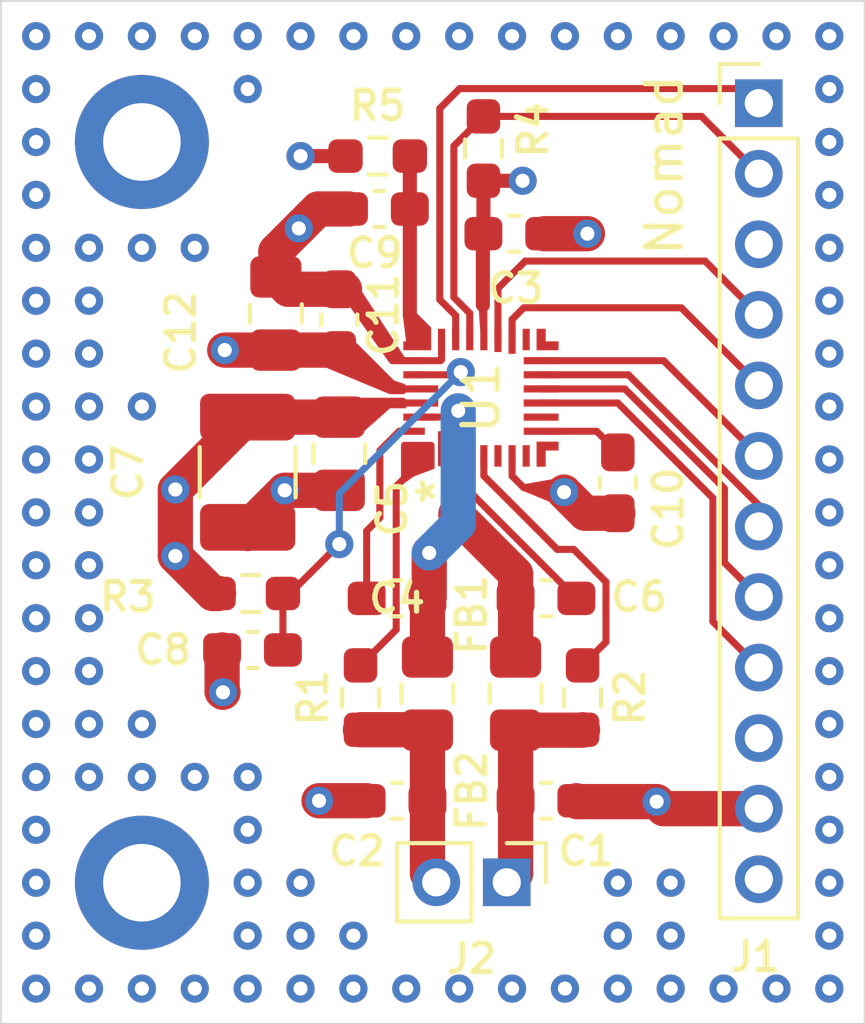
<source format=kicad_pcb>
(kicad_pcb (version 20241229) (generator "pcbnew") (generator_version "9.0")
  (layers (0 "F.Cu" signal) (4 "In1.Cu" power "GND") (6 "In2.Cu" power "PWR") (2 "B.Cu" signal) (13 "F.Paste" user) (15 "B.Paste" user) (5 "F.SilkS" user "F.Silkscreen") (7 "B.SilkS" user "B.Silkscreen") (1 "F.Mask" user) (3 "B.Mask" user) (25 "Edge.Cuts" user))
  (net 0 "")
  (net 1 "HP_P")
  (net 2 "GND")
  (net 3 "HP_N")
  (net 4 "OUTN")
  (net 5 "PVDD")
  (net 6 "OUTP")
  (net 7 "VBAT1S")
  (net 8 "IRQZ")
  (net 9 "SDZ")
  (net 10 "FSYNC")
  (net 11 "SBCLK")
  (net 12 "SCL")
  (net 13 "SDA")
  (net 14 "SDOUT")
  (net 15 "SDIN")
  (net 19 "GNDPWR")
  (net 23 "/BST_N")
  (net 24 "/BST_P")
  (net 25 "/PVDD_SNS")
  (net 26 "/DREG")
  (net 27 "AVDD")
  (net 28 "IOVDD")
  (net 29 "/VSNSN")
  (net 30 "/VSNSP")
  (footprint "Capacitor_SMD:C_0603_1608Metric_Pad1.08x0.95mm_HandSolder" (layer "F.Cu") (at 142.6 95.5375 90)
    (property "Reference" "C11" (at 0.1375 1.25 270) (layer "F.SilkS") (effects (font (size 0.8 0.8))))
    (property "Value" "0.1u" (hide yes))
    (fp_line (start -0.146267 -0.51) (end 0.146267 -0.51) (stroke (width 0.12)) (layer "F.SilkS"))
    (fp_line (start -0.146267 0.51) (end 0.146267 0.51) (stroke (width 0.12)) (layer "F.SilkS"))
    (pad "1" smd roundrect (at -0.8625 0 90) (size 1.075 0.95) (layers "F.Cu" "F.Mask" "F.Paste") (net 7 "VBAT1S"))
    (pad "2" smd roundrect (at 0.8625 0 90) (size 1.075 0.95) (layers "F.Cu" "F.Mask" "F.Paste") (net 2 "GND"))
  )
  (footprint "Connector_PinHeader_2.00mm:PinHeader_1x02_P2.00mm_Vertical" (layer "F.Cu") (at 147.35 111.4875 -90)
    (property "Reference" "J2" (at 2.1625 1 180) (layer "F.SilkS") (effects (font (size 0.8 0.8))))
    (property "Value" "Conn_01x02" (hide yes))
    (fp_line (start -1.11 3.11) (end 1.11 3.11) (stroke (width 0.12)) (layer "F.SilkS"))
    (fp_line (start -1.11 1) (end -1.11 3.11) (stroke (width 0.12)) (layer "F.SilkS"))
    (fp_line (start -1.11 1) (end 1.11 1) (stroke (width 0.12)) (layer "F.SilkS"))
    (fp_line (start 1.11 1) (end 1.11 3.11) (stroke (width 0.12)) (layer "F.SilkS"))
    (fp_line (start -1.11 0) (end -1.11 -1.11) (stroke (width 0.12)) (layer "F.SilkS"))
    (fp_line (start -1.11 -1.11) (end 0 -1.11) (stroke (width 0.12)) (layer "F.SilkS"))
    (pad "1" thru_hole rect (at 0 0 270) (size 1.35 1.35) (drill 0.8) (layers "*.Cu" "*.Mask") (net 1 "HP_P"))
    (pad "2" thru_hole circle (at 0 2 270) (size 1.35 1.35) (drill 0.8) (layers "*.Cu" "*.Mask") (net 3 "HP_N"))
  )
  (footprint "Capacitor_SMD:C_0603_1608Metric_Pad1.08x0.95mm_HandSolder" (layer "F.Cu") (at 150.5 100.1625 -90)
    (property "Reference" "C10" (at 0.7375 -1.43 90) (layer "F.SilkS") (effects (font (size 0.8 0.8))))
    (property "Value" "1u")
    (fp_line (start -0.146267 0.51) (end 0.146267 0.51) (stroke (width 0.12)) (layer "F.SilkS"))
    (fp_line (start -0.146267 -0.51) (end 0.146267 -0.51) (stroke (width 0.12)) (layer "F.SilkS"))
    (pad "1" smd roundrect (at -0.8625 0 270) (size 1.075 0.95) (layers "F.Cu" "F.Mask" "F.Paste") (net 26 "/DREG"))
    (pad "2" smd roundrect (at 0.8625 0 270) (size 1.075 0.95) (layers "F.Cu" "F.Mask" "F.Paste") (net 2 "GND"))
  )
  (footprint "Resistor_SMD:R_0603_1608Metric_Pad0.98x0.95mm_HandSolder" (layer "F.Cu") (at 146.6875 90.6875 90)
    (property "Reference" "R4" (at 0.5375 1.4125 90) (layer "F.SilkS") (effects (font (size 0.8 0.8))))
    (property "Value" "4.7k" (hide yes))
    (fp_line (start -0.254724 -0.5225) (end 0.254724 -0.5225) (stroke (width 0.12)) (layer "F.SilkS"))
    (fp_line (start -0.254724 0.5225) (end 0.254724 0.5225) (stroke (width 0.12)) (layer "F.SilkS"))
    (pad "1" smd roundrect (at -0.9125 0 90) (size 0.975 0.95) (layers "F.Cu" "F.Mask" "F.Paste") (net 28 "IOVDD"))
    (pad "2" smd roundrect (at 0.9125 0 90) (size 0.975 0.95) (layers "F.Cu" "F.Mask" "F.Paste") (net 8 "IRQZ"))
  )
  (footprint "Resistor_SMD:R_0603_1608Metric_Pad0.98x0.95mm_HandSolder" (layer "F.Cu") (at 140.0875 103.3 180)
    (property "Reference" "R3" (at 3.4875 -0.1 0) (layer "F.SilkS") (effects (font (size 0.8 0.8))))
    (property "Value" "2.2k" (hide yes))
    (fp_line (start -0.254724 0.5225) (end 0.254724 0.5225) (stroke (width 0.12)) (layer "F.SilkS"))
    (fp_line (start -0.254724 -0.5225) (end 0.254724 -0.5225) (stroke (width 0.12)) (layer "F.SilkS"))
    (pad "1" smd roundrect (at -0.9125 0 180) (size 0.975 0.95) (layers "F.Cu" "F.Mask" "F.Paste") (net 25 "/PVDD_SNS"))
    (pad "2" smd roundrect (at 0.9125 0 180) (size 0.975 0.95) (layers "F.Cu" "F.Mask" "F.Paste") (net 5 "PVDD"))
  )
  (footprint "Resistor_SMD:R_0603_1608Metric_Pad0.98x0.95mm_HandSolder" (layer "F.Cu") (at 149.5 106.25 90)
    (property "Reference" "R2" (at 0 1.35 90) (layer "F.SilkS") (effects (font (size 0.8 0.8))))
    (property "Value" "1k" (hide yes))
    (fp_line (start -0.254724 -0.5225) (end 0.254724 -0.5225) (stroke (width 0.12)) (layer "F.SilkS"))
    (fp_line (start -0.254724 0.5225) (end 0.254724 0.5225) (stroke (width 0.12)) (layer "F.SilkS"))
    (pad "1" smd roundrect (at -0.9125 0 90) (size 0.975 0.95) (layers "F.Cu" "F.Mask" "F.Paste") (net 1 "HP_P"))
    (pad "2" smd roundrect (at 0.9125 0 90) (size 0.975 0.95) (layers "F.Cu" "F.Mask" "F.Paste") (net 30 "/VSNSP"))
  )
  (footprint "Capacitor_SMD:C_0603_1608Metric_Pad1.08x0.95mm_HandSolder" (layer "F.Cu") (at 147.55 93.1)
    (property "Reference" "C3" (at 0.05 1.55 0) (layer "F.SilkS") (effects (font (size 0.8 0.8))))
    (property "Value" "1u" (hide yes))
    (fp_line (start -0.146267 -0.51) (end 0.146267 -0.51) (stroke (width 0.12)) (layer "F.SilkS"))
    (fp_line (start -0.146267 0.51) (end 0.146267 0.51) (stroke (width 0.12)) (layer "F.SilkS"))
    (pad "1" smd roundrect (at -0.8625 0) (size 1.075 0.95) (layers "F.Cu" "F.Mask" "F.Paste") (net 28 "IOVDD"))
    (pad "2" smd roundrect (at 0.8625 0) (size 1.075 0.95) (layers "F.Cu" "F.Mask" "F.Paste") (net 2 "GND"))
  )
  (footprint "Capacitor_SMD:C_1210_3225Metric_Pad1.33x2.70mm_HandSolder" (layer "F.Cu") (at 140 99.8625 -90)
    (property "Reference" "C7" (at 0 3.4 90) (layer "F.SilkS") (effects (font (size 0.8 0.8))))
    (property "Value" "22u" (hide yes))
    (fp_line (start -0.711252 1.36) (end 0.711252 1.36) (stroke (width 0.12)) (layer "F.SilkS"))
    (fp_line (start -0.711252 -1.36) (end 0.711252 -1.36) (stroke (width 0.12)) (layer "F.SilkS"))
    (pad "1" smd roundrect (at -1.5625 0 270) (size 1.325 2.7) (layers "F.Cu" "F.Mask" "F.Paste") (roundrect_rratio 0.188679) (net 5 "PVDD"))
    (pad "2" smd roundrect (at 1.5625 0 270) (size 1.325 2.7) (layers "F.Cu" "F.Mask" "F.Paste") (roundrect_rratio 0.188679) (net 2 "GND"))
  )
  (footprint "Capacitor_SMD:C_0603_1608Metric_Pad1.08x0.95mm_HandSolder" (layer "F.Cu") (at 143.7375 92.4 180)
    (property "Reference" "C9" (at 0.1375 -1.25 0) (layer "F.SilkS") (effects (font (size 0.8 0.8))))
    (property "Value" "4.7u" (hide yes))
    (fp_line (start -0.146267 0.51) (end 0.146267 0.51) (stroke (width 0.12)) (layer "F.SilkS"))
    (fp_line (start -0.146267 -0.51) (end 0.146267 -0.51) (stroke (width 0.12)) (layer "F.SilkS"))
    (pad "1" smd roundrect (at -0.8625 0 180) (size 1.075 0.95) (layers "F.Cu" "F.Mask" "F.Paste") (net 27 "AVDD"))
    (pad "2" smd roundrect (at 0.8625 0 180) (size 1.075 0.95) (layers "F.Cu" "F.Mask" "F.Paste") (net 2 "GND"))
  )
  (footprint "Resistor_SMD:R_0603_1608Metric_Pad0.98x0.95mm_HandSolder" (layer "F.Cu") (at 143.2 106.25 90)
    (property "Reference" "R1" (at 0 -1.35 90) (layer "F.SilkS") (effects (font (size 0.8 0.8))))
    (property "Value" "1k" (hide yes))
    (fp_line (start -0.254724 -0.5225) (end 0.254724 -0.5225) (stroke (width 0.12)) (layer "F.SilkS"))
    (fp_line (start -0.254724 0.5225) (end 0.254724 0.5225) (stroke (width 0.12)) (layer "F.SilkS"))
    (pad "1" smd roundrect (at -0.9125 0 90) (size 0.975 0.95) (layers "F.Cu" "F.Mask" "F.Paste") (net 3 "HP_N"))
    (pad "2" smd roundrect (at 0.9125 0 90) (size 0.975 0.95) (layers "F.Cu" "F.Mask" "F.Paste") (net 29 "/VSNSN"))
  )
  (footprint "Capacitor_SMD:C_0805_2012Metric_Pad1.18x1.45mm_HandSolder" (layer "F.Cu") (at 147.6 106.1375 -90)
    (property "Reference" "FB1" (at -2.2375 1.25 90) (layer "F.SilkS") (effects (font (size 0.8 0.8))))
    (property "Value" "FerriteBead" (hide yes))
    (fp_line (start -0.261252 0.735) (end 0.261252 0.735) (stroke (width 0.12)) (layer "F.SilkS"))
    (fp_line (start -0.261252 -0.735) (end 0.261252 -0.735) (stroke (width 0.12)) (layer "F.SilkS"))
    (pad "1" smd roundrect (at -1.0375 0 270) (size 1.175 1.45) (layers "F.Cu" "F.Mask" "F.Paste") (roundrect_rratio 0.212766) (net 6 "OUTP"))
    (pad "2" smd roundrect (at 1.0375 0 270) (size 1.175 1.45) (layers "F.Cu" "F.Mask" "F.Paste") (roundrect_rratio 0.212766) (net 1 "HP_P"))
  )
  (footprint "Capacitor_SMD:C_0603_1608Metric_Pad1.08x0.95mm_HandSolder" (layer "F.Cu") (at 148.4625 109.175 180)
    (property "Reference" "C1" (at -1.1375 -1.43 0) (layer "F.SilkS") (effects (font (size 0.8 0.8))))
    (property "Value" "1n" (hide yes))
    (fp_line (start -0.146267 0.51) (end 0.146267 0.51) (stroke (width 0.12)) (layer "F.SilkS"))
    (fp_line (start -0.146267 -0.51) (end 0.146267 -0.51) (stroke (width 0.12)) (layer "F.SilkS"))
    (pad "1" smd roundrect (at -0.8625 0 180) (size 1.075 0.95) (layers "F.Cu" "F.Mask" "F.Paste") (net 2 "GND"))
    (pad "2" smd roundrect (at 0.8625 0 180) (size 1.075 0.95) (layers "F.Cu" "F.Mask" "F.Paste") (net 1 "HP_P"))
  )
  (footprint "TAS2780:VQFN-HR_RYA_TEX" (layer "F.Cu") (at 146.620201 97.749991 90)
    (property "Reference" "U1" (at 0 0 90) (layer "F.SilkS"))
    (property "Value" "PTAS2780RYAR" (hide yes))
    (fp_poly (pts (xy 1.345212 -2.204796) (xy 1.345209 -1.417399) (xy 1.954809 -1.417399) (xy 1.954809 -1.671399) (xy 1.599209 -1.671393) (xy 1.599212 -2.204796)) (fill yes) (layer "F.Cu"))
    (fp_poly (pts (xy -1.942109 -1.417399) (xy -1.942109 -1.671399) (xy -1.526997 -1.671393) (xy -1.527 -2.204796) (xy -1.273 -2.204796) (xy -1.273 -1.417396)) (fill yes) (layer "F.Cu"))
    (fp_poly (pts (xy 1.954809 1.577807) (xy 1.345209 1.577807) (xy 1.345212 2.200097) (xy 1.599212 2.200097) (xy 1.599209 1.8318) (xy 1.954809 1.831807)) (fill yes) (layer "F.Cu"))
    (fp_poly (pts (xy -1.954809 1.577807) (xy -1.954809 1.831807) (xy -1.497609 1.8318) (xy -1.497612 2.200097) (xy -1.243612 2.200097) (xy -1.243609 1.577807)) (fill yes) (layer "F.Cu"))
    (fp_text user "*" (at -2.650009 -1.270201 90) (layer "F.SilkS"))
    (fp_text user "*" (at -2.650009 -1.270201 90) (layer "F.SilkS"))
    (pad "1" smd rect (at -1.650009 -1.544399 90) (size 0.5842 0.254) (layers "F.Cu" "F.Mask" "F.Paste") (net 29 "/VSNSN"))
    (pad "2" smd rect (at -1.446809 -1.1202 180) (size 0.2032 0.9906) (layers "F.Cu" "F.Mask" "F.Paste") (net 19 "GNDPWR"))
    (pad "3" smd rect (at -1.446809 -0.720201 180) (size 0.2032 0.9906) (layers "F.Cu" "F.Mask" "F.Paste") (net 6 "OUTP"))
    (pad "4" smd rect (at -1.650009 -0.320199 180) (size 0.2032 0.6096) (layers "F.Cu" "F.Mask" "F.Paste") (net 24 "/BST_P"))
    (pad "5" smd rect (at -1.650009 0.0798 180) (size 0.2032 0.6096) (layers "F.Cu" "F.Mask" "F.Paste") (net 30 "/VSNSP"))
    (pad "6" smd rect (at -1.650009 0.479799 180) (size 0.2032 0.6096) (layers "F.Cu" "F.Mask" "F.Paste"))
    (pad "7" smd rect (at -1.650009 0.879801 180) (size 0.2032 0.6096) (layers "F.Cu" "F.Mask" "F.Paste") (net 2 "GND"))
    (pad "8" smd rect (at -1.650009 1.2798 180) (size 0.2032 0.6096) (layers "F.Cu" "F.Mask" "F.Paste"))
    (pad "9" smd rect (at -1.599209 1.704807 180) (size 0.254 0.7112) (layers "F.Cu" "F.Mask" "F.Paste"))
    (pad "10" smd rect (at -0.950001 1.7048 90) (size 0.2032 0.9906) (layers "F.Cu" "F.Mask" "F.Paste") (net 26 "/DREG"))
    (pad "11" smd rect (at -0.549999 1.7048 90) (size 0.2032 0.9906) (layers "F.Cu" "F.Mask" "F.Paste"))
    (pad "12" smd rect (at -0.15 1.7048 90) (size 0.2032 0.9906) (layers "F.Cu" "F.Mask" "F.Paste") (net 14 "SDOUT"))
    (pad "13" smd rect (at 0.249999 1.7048 90) (size 0.2032 0.9906) (layers "F.Cu" "F.Mask" "F.Paste") (net 15 "SDIN"))
    (pad "14" smd rect (at 0.649998 1.7048 90) (size 0.2032 0.9906) (layers "F.Cu" "F.Mask" "F.Paste") (net 10 "FSYNC"))
    (pad "15" smd rect (at 1.05 1.7048 90) (size 0.2032 0.9906) (layers "F.Cu" "F.Mask" "F.Paste") (net 11 "SBCLK"))
    (pad "16" smd rect (at 1.650009 1.704807 180) (size 0.254 0.6096) (layers "F.Cu" "F.Mask" "F.Paste"))
    (pad "17" smd rect (at 1.650009 1.2798 180) (size 0.2032 0.6096) (layers "F.Cu" "F.Mask" "F.Paste"))
    (pad "18" smd rect (at 1.599209 0.879801 180) (size 0.2032 0.7112) (layers "F.Cu" "F.Mask" "F.Paste") (net 12 "SCL"))
    (pad "19" smd rect (at 1.624609 0.479799 180) (size 0.2032 0.6604) (layers "F.Cu" "F.Mask" "F.Paste") (net 13 "SDA"))
    (pad "20" smd rect (at 1.650009 0.0798 180) (size 0.2032 0.6096) (layers "F.Cu" "F.Mask" "F.Paste") (net 28 "IOVDD"))
    (pad "21" smd rect (at 1.650009 -0.320199 180) (size 0.2032 0.6096) (layers "F.Cu" "F.Mask" "F.Paste") (net 8 "IRQZ"))
    (pad "22" smd rect (at 1.650009 -0.720201 180) (size 0.2032 0.6096) (layers "F.Cu" "F.Mask" "F.Paste") (net 9 "SDZ"))
    (pad "23" smd rect (at 1.650009 -1.1202 180) (size 0.2032 0.6096) (layers "F.Cu" "F.Mask" "F.Paste") (net 2 "GND"))
    (pad "24" smd rect (at 1.650009 -1.544399 180) (size 0.254 0.6096) (layers "F.Cu" "F.Mask" "F.Paste") (net 27 "AVDD"))
    (pad "25" smd rect (at 1.05 -1.9 90) (size 0.2032 0.6096) (layers "F.Cu" "F.Mask" "F.Paste") (net 2 "GND"))
    (pad "26" smd rect (at 0.649998 -1.9 90) (size 0.2032 0.6096) (layers "F.Cu" "F.Mask" "F.Paste") (net 25 "/PVDD_SNS"))
    (pad "27" smd rect (at 0.249999 -1.7095 90) (size 0.2032 0.9906) (layers "F.Cu" "F.Mask" "F.Paste") (net 7 "VBAT1S"))
    (pad "28" smd rect (at -0.15 -1.7095 90) (size 0.2032 0.9906) (layers "F.Cu" "F.Mask" "F.Paste") (net 5 "PVDD"))
    (pad "29" smd rect (at -0.549999 -1.7476 90) (size 0.2032 0.9144) (layers "F.Cu" "F.Mask" "F.Paste") (net 4 "OUTN"))
    (pad "30" smd rect (at -0.950001 -1.9 90) (size 0.2032 0.6096) (layers "F.Cu" "F.Mask" "F.Paste") (net 23 "/BST_N"))
  )
  (footprint "MountingHole:MountingHole_2.2mm_M2_DIN965_Pad" (layer "F.Cu") (at 137 90.5)
    (property "Reference" "H1" (hide yes))
    (property "Value" "MountingHole_Pad" (hide yes))
    (pad "1" thru_hole circle (at 0 0) (size 3.8 3.8) (drill 2.2) (layers "*.Cu" "*.Mask") (net 2 "GND"))
  )
  (footprint "Capacitor_SMD:C_0805_2012Metric_Pad1.18x1.45mm_HandSolder" (layer "F.Cu") (at 142.6 99.3375 -90)
    (property "Reference" "C5" (at 1.5625 -1.5 90) (layer "F.SilkS") (effects (font (size 0.8 0.8))))
    (property "Value" "0.1u" (hide yes))
    (fp_line (start -0.261252 0.735) (end 0.261252 0.735) (stroke (width 0.12)) (layer "F.SilkS"))
    (fp_line (start -0.261252 -0.735) (end 0.261252 -0.735) (stroke (width 0.12)) (layer "F.SilkS"))
    (pad "1" smd roundrect (at -1.0375 0 270) (size 1.175 1.45) (layers "F.Cu" "F.Mask" "F.Paste") (roundrect_rratio 0.212766) (net 5 "PVDD"))
    (pad "2" smd roundrect (at 1.0375 0 270) (size 1.175 1.45) (layers "F.Cu" "F.Mask" "F.Paste") (roundrect_rratio 0.212766) (net 2 "GND"))
  )
  (footprint "Capacitor_SMD:C_0603_1608Metric_Pad1.08x0.95mm_HandSolder" (layer "F.Cu") (at 148.4625 103.4375)
    (property "Reference" "C6" (at 2.6375 -0.0375 0) (layer "F.SilkS") (effects (font (size 0.8 0.8))))
    (property "Value" "0.1u" (hide yes))
    (fp_line (start -0.146267 -0.51) (end 0.146267 -0.51) (stroke (width 0.12)) (layer "F.SilkS"))
    (fp_line (start -0.146267 0.51) (end 0.146267 0.51) (stroke (width 0.12)) (layer "F.SilkS"))
    (pad "1" smd roundrect (at -0.8625 0) (size 1.075 0.95) (layers "F.Cu" "F.Mask" "F.Paste") (net 6 "OUTP"))
    (pad "2" smd roundrect (at 0.8625 0) (size 1.075 0.95) (layers "F.Cu" "F.Mask" "F.Paste") (net 24 "/BST_P"))
  )
  (footprint "Capacitor_SMD:C_0603_1608Metric_Pad1.08x0.95mm_HandSolder" (layer "F.Cu") (at 140.1375 104.9 180)
    (property "Reference" "C8" (at 2.5375 0 0) (layer "F.SilkS") (effects (font (size 0.8 0.8))))
    (property "Value" "1n" (hide yes))
    (fp_line (start -0.146267 0.51) (end 0.146267 0.51) (stroke (width 0.12)) (layer "F.SilkS"))
    (fp_line (start -0.146267 -0.51) (end 0.146267 -0.51) (stroke (width 0.12)) (layer "F.SilkS"))
    (pad "1" smd roundrect (at -0.8625 0 180) (size 1.075 0.95) (layers "F.Cu" "F.Mask" "F.Paste") (net 25 "/PVDD_SNS"))
    (pad "2" smd roundrect (at 0.8625 0 180) (size 1.075 0.95) (layers "F.Cu" "F.Mask" "F.Paste") (net 2 "GND"))
  )
  (footprint "Resistor_SMD:R_0603_1608Metric_Pad0.98x0.95mm_HandSolder" (layer "F.Cu") (at 143.6875 90.9)
    (property "Reference" "R5" (at 0 -1.43 0) (layer "F.SilkS") (effects (font (size 0.8 0.8))))
    (property "Value" "0" (hide yes))
    (fp_line (start -0.254724 -0.5225) (end 0.254724 -0.5225) (stroke (width 0.12)) (layer "F.SilkS"))
    (fp_line (start -0.254724 0.5225) (end 0.254724 0.5225) (stroke (width 0.12)) (layer "F.SilkS"))
    (pad "1" smd roundrect (at -0.9125 0) (size 0.975 0.95) (layers "F.Cu" "F.Mask" "F.Paste") (net 28 "IOVDD"))
    (pad "2" smd roundrect (at 0.9125 0) (size 0.975 0.95) (layers "F.Cu" "F.Mask" "F.Paste") (net 27 "AVDD"))
  )
  (footprint "MountingHole:MountingHole_2.2mm_M2_DIN965_Pad" (layer "F.Cu") (at 137 111.5)
    (property "Reference" "H2" (hide yes))
    (property "Value" "MountingHole_Pad" (hide yes))
    (pad "1" thru_hole circle (at 0 0) (size 3.8 3.8) (drill 2.2) (layers "*.Cu" "*.Mask") (net 2 "GND"))
  )
  (footprint "Connector_PinHeader_2.00mm:PinHeader_1x12_P2.00mm_Vertical" (layer "F.Cu") (at 154.5 89.4)
    (property "Reference" "J1" (at -0.1 24.2 0) (layer "F.SilkS") (effects (font (size 0.8 0.8))))
    (property "Value" "Conn_01x12" (hide yes))
    (fp_line (start -1.11 -1.11) (end 0 -1.11) (stroke (width 0.12)) (layer "F.SilkS"))
    (fp_line (start -1.11 0) (end -1.11 -1.11) (stroke (width 0.12)) (layer "F.SilkS"))
    (fp_line (start -1.11 1) (end -1.11 23.11) (stroke (width 0.12)) (layer "F.SilkS"))
    (fp_line (start -1.11 1) (end 1.11 1) (stroke (width 0.12)) (layer "F.SilkS"))
    (fp_line (start -1.11 23.11) (end 1.11 23.11) (stroke (width 0.12)) (layer "F.SilkS"))
    (fp_line (start 1.11 1) (end 1.11 23.11) (stroke (width 0.12)) (layer "F.SilkS"))
    (pad "1" thru_hole rect (at 0 0) (size 1.35 1.35) (drill 0.8) (layers "*.Cu" "*.Mask") (net 9 "SDZ"))
    (pad "2" thru_hole circle (at 0 2) (size 1.35 1.35) (drill 0.8) (layers "*.Cu" "*.Mask") (net 8 "IRQZ"))
    (pad "3" thru_hole circle (at 0 4) (size 1.35 1.35) (drill 0.8) (layers "*.Cu" "*.Mask") (net 28 "IOVDD"))
    (pad "4" thru_hole circle (at 0 6) (size 1.35 1.35) (drill 0.8) (layers "*.Cu" "*.Mask") (net 13 "SDA"))
    (pad "5" thru_hole circle (at 0 8) (size 1.35 1.35) (drill 0.8) (layers "*.Cu" "*.Mask") (net 12 "SCL"))
    (pad "6" thru_hole circle (at 0 10) (size 1.35 1.35) (drill 0.8) (layers "*.Cu" "*.Mask") (net 11 "SBCLK"))
    (pad "7" thru_hole circle (at 0 12) (size 1.35 1.35) (drill 0.8) (layers "*.Cu" "*.Mask") (net 10 "FSYNC"))
    (pad "8" thru_hole circle (at 0 14) (size 1.35 1.35) (drill 0.8) (layers "*.Cu" "*.Mask") (net 15 "SDIN"))
    (pad "9" thru_hole circle (at 0 16) (size 1.35 1.35) (drill 0.8) (layers "*.Cu" "*.Mask") (net 14 "SDOUT"))
    (pad "10" thru_hole circle (at 0 18) (size 1.35 1.35) (drill 0.8) (layers "*.Cu" "*.Mask") (net 7 "VBAT1S"))
    (pad "11" thru_hole circle (at 0 20) (size 1.35 1.35) (drill 0.8) (layers "*.Cu" "*.Mask") (net 2 "GND"))
    (pad "12" thru_hole circle (at 0 22) (size 1.35 1.35) (drill 0.8) (layers "*.Cu" "*.Mask") (net 5 "PVDD"))
  )
  (footprint "Capacitor_SMD:C_0603_1608Metric_Pad1.08x0.95mm_HandSolder" (layer "F.Cu") (at 144.2375 103.4375)
    (property "Reference" "C4" (at 0 0 0) (layer "F.SilkS") (effects (font (size 0.8 0.8))))
    (property "Value" "0.1u" (hide yes))
    (fp_line (start -0.146267 -0.51) (end 0.146267 -0.51) (stroke (width 0.12)) (layer "F.SilkS"))
    (fp_line (start -0.146267 0.51) (end 0.146267 0.51) (stroke (width 0.12)) (layer "F.SilkS"))
    (pad "1" smd roundrect (at -0.8625 0) (size 1.075 0.95) (layers "F.Cu" "F.Mask" "F.Paste") (net 23 "/BST_N"))
    (pad "2" smd roundrect (at 0.8625 0) (size 1.075 0.95) (layers "F.Cu" "F.Mask" "F.Paste") (net 4 "OUTN"))
  )
  (footprint "Capacitor_SMD:C_0805_2012Metric_Pad1.18x1.45mm_HandSolder" (layer "F.Cu") (at 140.8 95.3625 90)
    (property "Reference" "C12" (at -0.5375 -2.7 90) (layer "F.SilkS") (effects (font (size 0.8 0.8))))
    (property "Value" "10u" (hide yes))
    (fp_line (start -0.261252 -0.735) (end 0.261252 -0.735) (stroke (width 0.12)) (layer "F.SilkS"))
    (fp_line (start -0.261252 0.735) (end 0.261252 0.735) (stroke (width 0.12)) (layer "F.SilkS"))
    (pad "1" smd roundrect (at -1.0375 0 90) (size 1.175 1.45) (layers "F.Cu" "F.Mask" "F.Paste") (roundrect_rratio 0.212766) (net 7 "VBAT1S"))
    (pad "2" smd roundrect (at 1.0375 0 90) (size 1.175 1.45) (layers "F.Cu" "F.Mask" "F.Paste") (roundrect_rratio 0.212766) (net 2 "GND"))
  )
  (footprint "Capacitor_SMD:C_0805_2012Metric_Pad1.18x1.45mm_HandSolder" (layer "F.Cu") (at 145.1 106.1375 -90)
    (property "Reference" "FB2" (at 2.7625 -1.25 90) (layer "F.SilkS") (effects (font (size 0.8 0.8))))
    (property "Value" "FerriteBead" (hide yes))
    (fp_line (start -0.261252 0.735) (end 0.261252 0.735) (stroke (width 0.12)) (layer "F.SilkS"))
    (fp_line (start -0.261252 -0.735) (end 0.261252 -0.735) (stroke (width 0.12)) (layer "F.SilkS"))
    (pad "1" smd roundrect (at -1.0375 0 270) (size 1.175 1.45) (layers "F.Cu" "F.Mask" "F.Paste") (roundrect_rratio 0.212766) (net 4 "OUTN"))
    (pad "2" smd roundrect (at 1.0375 0 270) (size 1.175 1.45) (layers "F.Cu" "F.Mask" "F.Paste") (roundrect_rratio 0.212766) (net 3 "HP_N"))
  )
  (footprint "Capacitor_SMD:C_0603_1608Metric_Pad1.08x0.95mm_HandSolder" (layer "F.Cu") (at 144.2375 109.175 180)
    (property "Reference" "C2" (at 1.1375 -1.43 0) (layer "F.SilkS") (effects (font (size 0.8 0.8))))
    (property "Value" "1n" (hide yes))
    (fp_line (start -0.146267 0.51) (end 0.146267 0.51) (stroke (width 0.12)) (layer "F.SilkS"))
    (fp_line (start -0.146267 -0.51) (end 0.146267 -0.51) (stroke (width 0.12)) (layer "F.SilkS"))
    (pad "1" smd roundrect (at -0.8625 0 180) (size 1.075 0.95) (layers "F.Cu" "F.Mask" "F.Paste") (net 3 "HP_N"))
    (pad "2" smd roundrect (at 0.8625 0 180) (size 1.075 0.95) (layers "F.Cu" "F.Mask" "F.Paste") (net 2 "GND"))
  )
  (gr_poly (pts (xy 148.7 100.15) (xy 148.7 100.65) (xy 147.85 100.3)) (stroke (width 0.2)) (fill yes) (layer "F.Cu") (net 2))
  (gr_poly (pts (xy 146.65 95.15) (xy 146.7 95.15) (xy 146.7 95.9)) (stroke (width 0.2)) (fill yes) (layer "F.Cu") (net 28))
  (gr_poly (pts (xy 145.202805 99.1) (xy 145.202802 99.6921) (xy 144.65 99.9) (xy 144.45 100.05) (xy 144.45 99.1)) (stroke (width 0.2)) (fill yes) (layer "F.Cu") (net 29))
  (gr_poly (pts (xy 145.85 99.65) (xy 145.6 100.5) (xy 145.55 101) (xy 145.95 100.9) (xy 145.95 99.65)) (stroke (width 0.2)) (fill yes) (layer "F.Cu") (net 6))
  (gr_poly (pts (xy 145.1 96.3) (xy 145.1 95.795182) (xy 144.7 95.4) (xy 144.5 95.4) (xy 144.6 96.2)) (stroke (width 0.2)) (fill yes) (layer "F.Cu") (net 27))
  (gr_poly (pts (xy 144.4 97.85) (xy 143.05 97.85) (xy 143.1 98.75) (xy 144 97.95) (xy 144.4 97.95)) (stroke (width 0.2)) (fill yes) (layer "F.Cu") (net 5))
  (gr_poly (pts (xy 144.1 96.7) (xy 142.9 95) (xy 142.9 94.4) (xy 144.4 96.7)) (stroke (width 0.2)) (fill yes) (layer "F.Cu") (net 2))
  (gr_poly (pts (xy 144.4 97.55) (xy 144.05 97.55) (xy 142.25 96.8) (xy 142.95 96.2) (xy 143.5 96.75) (xy 144.1 97.35) (xy 144.4 97.45)) (stroke (width 0.2)) (fill yes) (layer "F.Cu") (net 7))
  (gr_rect (start 133 86.5) (end 157.5 115.5) (stroke (width 0.05)) (fill no) (layer "Edge.Cuts"))
  (gr_text "Nomad" (at 152.4 93.8 90) (layer "F.SilkS") (effects (font (size 1 1)) (justify left bottom)))
  (segment (start 147.6 107.175) (end 149.4875 107.175) (width 1) (layer "F.Cu") (net 1))
  (segment (start 147.6 111.2375) (end 147.35 111.4875) (width 1) (layer "F.Cu") (net 1))
  (segment (start 149.4875 107.175) (end 149.5 107.1625) (width 1) (layer "F.Cu") (net 1))
  (segment (start 147.6 109.175) (end 147.6 111.2375) (width 1) (layer "F.Cu") (net 1))
  (segment (start 147.6 107.175) (end 147.6 109.175) (width 1) (layer "F.Cu") (net 1))
  (segment (start 142.6 100.375) (end 141.05 100.375) (width 1) (layer "F.Cu") (net 2))
  (segment (start 149.575 101.025) (end 148.975 100.425) (width 1) (layer "F.Cu") (net 2))
  (segment (start 140 101.425) (end 140 101.6) (width 1) (layer "F.Cu") (net 2))
  (segment (start 154.5 109.4) (end 151.8 109.4) (width 1) (layer "F.Cu") (net 2))
  (segment (start 148.4125 93.1) (end 149.6375 93.1) (width 1) (layer "F.Cu") (net 2))
  (segment (start 151.8 109.4) (end 151.6 109.2) (width 1) (layer "F.Cu") (net 2))
  (segment (start 150.5 101.025) (end 149.575 101.025) (width 1) (layer "F.Cu") (net 2))
  (segment (start 145.469593 96.699991) (end 144.720201 96.699991) (width 0.2) (layer "F.Cu") (net 2))
  (segment (start 139.275 104.9) (end 139.275 106.075) (width 1) (layer "F.Cu") (net 2))
  (segment (start 142 92.4) (end 141.45 92.95) (width 1) (layer "F.Cu") (net 2))
  (segment (start 140.8 93.6) (end 141.45 92.95) (width 1) (layer "F.Cu") (net 2))
  (segment (start 149.35 109.2) (end 149.325 109.175) (width 1) (layer "F.Cu") (net 2))
  (segment (start 142.6 94.675) (end 142.74632 94.675) (width 1) (layer "F.Cu") (net 2))
  (segment (start 142.025 109.175) (end 143.375 109.175) (width 1) (layer "F.Cu") (net 2))
  (segment (start 142.875 92.4) (end 142 92.4) (width 1) (layer "F.Cu") (net 2))
  (segment (start 145.500001 96.669583) (end 145.469593 96.699991) (width 0.2) (layer "F.Cu") (net 2))
  (segment (start 141.05 100.375) (end 140 101.425) (width 1) (layer "F.Cu") (net 2))
  (segment (start 147.831601 100.3) (end 147.500002 99.968401) (width 0.2) (layer "F.Cu") (net 2))
  (segment (start 147.500002 99.968401) (end 147.500002 99.4) (width 0.2) (layer "F.Cu") (net 2))
  (segment (start 141.15 94.675) (end 140.8 94.325) (width 1) (layer "F.Cu") (net 2))
  (segment (start 145.500001 96.099982) (end 145.500001 96.669583) (width 0.2) (layer "F.Cu") (net 2))
  (segment (start 139.275 106.075) (end 139.3 106.1) (width 1) (layer "F.Cu") (net 2))
  (segment (start 151.6 109.2) (end 149.35 109.2) (width 1) (layer "F.Cu") (net 2))
  (segment (start 140.8 94.325) (end 140.8 93.6) (width 1) (layer "F.Cu") (net 2))
  (segment (start 142.6 94.675) (end 141.15 94.675) (width 1) (layer "F.Cu") (net 2))
  (via (at 156.5 113) (size 0.8) (drill 0.4) (layers "F.Cu" "B.Cu") (net 2))
  (via (at 141.5 113) (size 0.8) (drill 0.4) (layers "F.Cu" "B.Cu") (net 2))
  (via (at 140 89) (size 0.8) (drill 0.4) (layers "F.Cu" "B.Cu") (net 2))
  (via (at 149 114.5) (size 0.8) (drill 0.4) (layers "F.Cu" "B.Cu") (net 2))
  (via (at 150.5 111.5) (size 0.8) (drill 0.4) (layers "F.Cu" "B.Cu") (net 2))
  (via (at 156.5 95) (size 0.8) (drill 0.4) (layers "F.Cu" "B.Cu") (net 2))
  (via (at 135.5 108.5) (size 0.8) (drill 0.4) (layers "F.Cu" "B.Cu") (net 2))
  (via (at 147.5 87.5) (size 0.8) (drill 0.4) (layers "F.Cu" "B.Cu") (net 2))
  (via (at 138.5 108.5) (size 0.8) (drill 0.4) (layers "F.Cu" "B.Cu") (net 2))
  (via (at 156.5 99.5) (size 0.8) (drill 0.4) (layers "F.Cu" "B.Cu") (net 2))
  (via (at 156.5 92) (size 0.8) (drill 0.4) (layers "F.Cu" "B.Cu") (net 2))
  (via (at 137 107) (size 0.8) (drill 0.4) (layers "F.Cu" "B.Cu") (net 2))
  (via (at 151.6 109.2) (size 0.8) (drill 0.4) (layers "F.Cu" "B.Cu") (net 2))
  (via (at 134 107) (size 0.8) (drill 0.4) (layers "F.Cu" "B.Cu") (net 2))
  (via (at 134 96.5) (size 0.8) (drill 0.4) (layers "F.Cu" "B.Cu") (net 2))
  (via (at 134 95) (size 0.8) (drill 0.4) (layers "F.Cu" "B.Cu") (net 2))
  (via (at 142.025 109.175) (size 0.8) (drill 0.4) (layers "F.Cu" "B.Cu") (net 2))
  (via (at 143 114.5) (size 0.8) (drill 0.4) (layers "F.Cu" "B.Cu") (net 2))
  (via (at 134 101) (size 0.8) (drill 0.4) (layers "F.Cu" "B.Cu") (net 2))
  (via (at 137 108.5) (size 0.8) (drill 0.4) (layers "F.Cu" "B.Cu") (net 2))
  (via (at 150.5 113) (size 0.8) (drill 0.4) (layers "F.Cu" "B.Cu") (net 2))
  (via (at 135.5 87.5) (size 0.8) (drill 0.4) (layers "F.Cu" "B.Cu") (net 2))
  (via (at 137 98) (size 0.8) (drill 0.4) (layers "F.Cu" "B.Cu") (net 2))
  (via (at 135.5 99.5) (size 0.8) (drill 0.4) (layers "F.Cu" "B.Cu") (net 2))
  (via (at 141.05 100.375) (size 0.8) (drill 0.4) (layers "F.Cu" "B.Cu") (net 2))
  (via (at 137 114.5) (size 0.8) (drill 0.4) (layers "F.Cu" "B.Cu") (net 2))
  (via (at 156.5 90.5) (size 0.8) (drill 0.4) (layers "F.Cu" "B.Cu") (net 2))
  (via (at 138.5 87.5) (size 0.8) (drill 0.4) (layers "F.Cu" "B.Cu") (net 2))
  (via (at 140 114.5) (size 0.8) (drill 0.4) (layers "F.Cu" "B.Cu") (net 2))
  (via (at 152 111.5) (size 0.8) (drill 0.4) (layers "F.Cu" "B.Cu") (net 2))
  (via (at 140 87.5) (size 0.8) (drill 0.4) (layers "F.Cu" "B.Cu") (net 2))
  (via (at 135.5 101) (size 0.8) (drill 0.4) (layers "F.Cu" "B.Cu") (net 2))
  (via (at 135.5 102.5) (size 0.8) (drill 0.4) (layers "F.Cu" "B.Cu") (net 2))
  (via (at 134 105.5) (size 0.8) (drill 0.4) (layers "F.Cu" "B.Cu") (net 2))
  (via (at 141.5 87.5) (size 0.8) (drill 0.4) (layers "F.Cu" "B.Cu") (net 2))
  (via (at 152 114.5) (size 0.8) (drill 0.4) (layers "F.Cu" "B.Cu") (net 2))
  (via (at 146 87.5) (size 0.8) (drill 0.4) (layers "F.Cu" "B.Cu") (net 2))
  (via (at 156.5 96.5) (size 0.8) (drill 0.4) (layers "F.Cu" "B.Cu") (net 2))
  (via (at 134 111.5) (size 0.8) (drill 0.4) (layers "F.Cu" "B.Cu") (net 2))
  (via (at 134 90.5) (size 0.8) (drill 0.4) (layers "F.Cu" "B.Cu") (net 2))
  (via (at 139.3 106.1) (size 0.8) (drill 0.4) (layers "F.Cu" "B.Cu") (net 2))
  (via (at 149 87.5) (size 0.8) (drill 0.4) (layers "F.Cu" "B.Cu") (net 2))
  (via (at 134 104) (size 0.8) (drill 0.4) (layers "F.Cu" "B.Cu") (net 2))
  (via (at 140 110) (size 0.8) (drill 0.4) (layers "F.Cu" "B.Cu") (net 2))
  (via (at 135.5 107) (size 0.8) (drill 0.4) (layers "F.Cu" "B.Cu") (net 2))
  (via (at 138.5 114.5) (size 0.8) (drill 0.4) (layers "F.Cu" "B.Cu") (net 2))
  (via (at 155 114.5) (size 0.8) (drill 0.4) (layers "F.Cu" "B.Cu") (net 2))
  (via (at 135.5 105.5) (size 0.8) (drill 0.4) (layers "F.Cu" "B.Cu") (net 2))
  (via (at 156.5 105.5) (size 0.8) (drill 0.4) (layers "F.Cu" "B.Cu") (net 2))
  (via (at 140 113) (size 0.8) (drill 0.4) (layers "F.Cu" "B.Cu") (net 2))
  (via (at 156.5 114.5) (size 0.8) (drill 0.4) (layers "F.Cu" "B.Cu") (net 2))
  (via (at 135.5 104) (size 0.8) (drill 0.4) (layers "F.Cu" "B.Cu") (net 2))
  (via (at 148.975 100.425) (size 0.8) (drill 0.4) (layers "F.Cu" "B.Cu") (net 2))
  (via (at 134 99.5) (size 0.8) (drill 0.4) (layers "F.Cu" "B.Cu") (net 2))
  (via (at 134 93.5) (size 0.8) (drill 0.4) (layers "F.Cu" "B.Cu") (net 2))
  (via (at 150.5 114.5) (size 0.8) (drill 0.4) (layers "F.Cu" "B.Cu") (net 2))
  (via (at 134 98) (size 0.8) (drill 0.4) (layers "F.Cu" "B.Cu") (net 2))
  (via (at 155 87.5) (size 0.8) (drill 0.4) (layers "F.Cu" "B.Cu") (net 2))
  (via (at 134 113) (size 0.8) (drill 0.4) (layers "F.Cu" "B.Cu") (net 2))
  (via (at 134 102.5) (size 0.8) (drill 0.4) (layers "F.Cu" "B.Cu") (net 2))
  (via (at 135.5 98) (size 0.8) (drill 0.4) (layers "F.Cu" "B.Cu") (net 2))
  (via (at 156.5 87.5) (size 0.8) (drill 0.4) (layers "F.Cu" "B.Cu") (net 2))
  (via (at 146 114.5) (size 0.8) (drill 0.4) (layers "F.Cu" "B.Cu") (net 2))
  (via (at 149.6375 93.1) (size 0.8) (drill 0.4) (layers "F.Cu" "B.Cu") (net 2))
  (via (at 143 87.5) (size 0.8) (drill 0.4) (layers "F.Cu" "B.Cu") (net 2))
  (via (at 143 113) (size 0.8) (drill 0.4) (layers "F.Cu" "B.Cu") (net 2))
  (via (at 156.5 89) (size 0.8) (drill 0.4) (layers "F.Cu" "B.Cu") (net 2))
  (via (at 156.5 107) (size 0.8) (drill 0.4) (layers "F.Cu" "B.Cu") (net 2))
  (via (at 141.5 111.5) (size 0.8) (drill 0.4) (layers "F.Cu" "B.Cu") (net 2))
  (via (at 153.5 114.5) (size 0.8) (drill 0.4) (layers "F.Cu" "B.Cu") (net 2))
  (via (at 141.5 114.5) (size 0.8) (drill 0.4) (layers "F.Cu" "B.Cu") (net 2))
  (via (at 135.5 96.5) (size 0.8) (drill 0.4) (layers "F.Cu" "B.Cu") (net 2))
  (via (at 152 113) (size 0.8) (drill 0.4) (layers "F.Cu" "B.Cu") (net 2))
  (via (at 141.45 92.95) (size 0.8) (drill 0.4) (layers "F.Cu" "B.Cu") (net 2))
  (via (at 156.5 110) (size 0.8) (drill 0.4) (layers "F.Cu" "B.Cu") (net 2))
  (via (at 137 87.5) (size 0.8) (drill 0.4) (layers "F.Cu" "B.Cu") (net 2))
  (via (at 134 92) (size 0.8) (drill 0.4) (layers "F.Cu" "B.Cu") (net 2))
  (via (at 134 110) (size 0.8) (drill 0.4) (layers "F.Cu" "B.Cu") (net 2))
  (via (at 135.5 93.5) (size 0.8) (drill 0.4) (layers "F.Cu" "B.Cu") (net 2))
  (via (at 156.5 111.5) (size 0.8) (drill 0.4) (layers "F.Cu" "B.Cu") (net 2))
  (via (at 134 87.5) (size 0.8) (drill 0.4) (layers "F.Cu" "B.Cu") (net 2))
  (via (at 152 87.5) (size 0.8) (drill 0.4) (layers "F.Cu" "B.Cu") (net 2))
  (via (at 134 89) (size 0.8) (drill 0.4) (layers "F.Cu" "B.Cu") (net 2))
  (via (at 134 114.5) (size 0.8) (drill 0.4) (layers "F.Cu" "B.Cu") (net 2))
  (via (at 156.5 104) (size 0.8) (drill 0.4) (layers "F.Cu" "B.Cu") (net 2))
  (via (at 156.5 93.5) (size 0.8) (drill 0.4) (layers "F.Cu" "B.Cu") (net 2))
  (via (at 140 111.5) (size 0.8) (drill 0.4) (layers "F.Cu" "B.Cu") (net 2))
  (via (at 156.5 108.5) (size 0.8) (drill 0.4) (layers "F.Cu" "B.Cu") (net 2))
  (via (at 135.5 95) (size 0.8) (drill 0.4) (layers "F.Cu" "B.Cu") (net 2))
  (via (at 153.5 87.5) (size 0.8) (drill 0.4) (layers "F.Cu" "B.Cu") (net 2))
  (via (at 147.5 114.5) (size 0.8) (drill 0.4) (layers "F.Cu" "B.Cu") (net 2))
  (via (at 156.5 98) (size 0.8) (drill 0.4) (layers "F.Cu" "B.Cu") (net 2))
  (via (at 134 108.5) (size 0.8) (drill 0.4) (layers "F.Cu" "B.Cu") (net 2))
  (via (at 156.5 102.5) (size 0.8) (drill 0.4) (layers "F.Cu" "B.Cu") (net 2))
  (via (at 156.5 101) (size 0.8) (drill 0.4) (layers "F.Cu" "B.Cu") (net 2))
  (via (at 150.5 87.5) (size 0.8) (drill 0.4) (layers "F.Cu" "B.Cu") (net 2))
  (via (at 144.5 87.5) (size 0.8) (drill 0.4) (layers "F.Cu" "B.Cu") (net 2))
  (via (at 135.5 114.5) (size 0.8) (drill 0.4) (layers "F.Cu" "B.Cu") (net 2))
  (via (at 138.5 93.5) (size 0.8) (drill 0.4) (layers "F.Cu" "B.Cu") (net 2))
  (via (at 144.5 114.5) (size 0.8) (drill 0.4) (layers "F.Cu" "B.Cu") (net 2))
  (via (at 137 93.5) (size 0.8) (drill 0.4) (layers "F.Cu" "B.Cu") (net 2))
  (via (at 140 108.5) (size 0.8) (drill 0.4) (layers "F.Cu" "B.Cu") (net 2))
  (segment (start 145.1 111.2375) (end 145.35 111.4875) (width 1) (layer "F.Cu") (net 3))
  (segment (start 145.1 107.175) (end 145.1 109.175) (width 1) (layer "F.Cu") (net 3))
  (segment (start 145.0875 107.1625) (end 145.1 107.175) (width 1) (layer "F.Cu") (net 3))
  (segment (start 143.2 107.1625) (end 145.0875 107.1625) (width 1) (layer "F.Cu") (net 3))
  (segment (start 145.1 109.175) (end 145.1 111.2375) (width 1) (layer "F.Cu") (net 3))
  (segment (start 144.872601 98.29999) (end 145.794982 98.29999) (width 0.2) (layer "F.Cu") (net 4))
  (segment (start 145.15 103.3875) (end 145.1 103.4375) (width 1) (layer "F.Cu") (net 4))
  (segment (start 145.794982 98.29999) (end 145.973473 98.121499) (width 0.2) (layer "F.Cu") (net 4))
  (segment (start 145.15 102.15) (end 145.15 103.3875) (width 1) (layer "F.Cu") (net 4))
  (segment (start 145.1 103.4375) (end 145.1 105.1) (width 1) (layer "F.Cu") (net 4))
  (via (at 145.973473 98.121499) (size 0.8) (drill 0.4) (layers "F.Cu" "B.Cu") (net 4))
  (via (at 145.15 102.15) (size 0.8) (drill 0.4) (layers "F.Cu" "B.Cu") (net 4))
  (segment (start 145.973473 101.326527) (end 145.15 102.15) (width 1) (layer "B.Cu") (net 4))
  (segment (start 145.973473 98.121499) (end 145.973473 101.326527) (width 1) (layer "B.Cu") (net 4))
  (segment (start 139.175 103.3) (end 139.010656 103.3) (width 1) (layer "F.Cu") (net 5))
  (segment (start 140 98.3) (end 137.949 100.351) (width 1) (layer "F.Cu") (net 5))
  (segment (start 137.949 102.238344) (end 137.949 100.351) (width 1) (layer "F.Cu") (net 5))
  (segment (start 139.010656 103.3) (end 137.949 102.238344) (width 1) (layer "F.Cu") (net 5))
  (segment (start 142.6 98.3) (end 140 98.3) (width 1) (layer "F.Cu") (net 5))
  (via (at 137.949 102.238344) (size 0.8) (drill 0.4) (layers "F.Cu" "B.Cu") (net 5))
  (via (at 137.949 100.351) (size 0.8) (drill 0.4) (layers "F.Cu" "B.Cu") (net 5))
  (segment (start 147.6 103.4375) (end 147.6 105.1) (width 1) (layer "F.Cu") (net 6))
  (segment (start 147.6 102.742048) (end 145.903976 101.046023) (width 1) (layer "F.Cu") (net 6))
  (segment (start 147.6 103.4375) (end 147.6 102.742048) (width 1) (layer "F.Cu") (net 6))
  (segment (start 142.6 96.4) (end 140.8 96.4) (width 1) (layer "F.Cu") (net 7))
  (segment (start 140.8 96.4) (end 139.35 96.4) (width 1) (layer "F.Cu") (net 7))
  (via (at 139.35 96.4) (size 0.8) (drill 0.4) (layers "F.Cu" "B.Cu") (net 7))
  (segment (start 146.6875 89.775) (end 152.875 89.775) (width 0.2) (layer "F.Cu") (net 8))
  (segment (start 145.849 94.904634) (end 146.300002 95.355636) (width 0.2) (layer "F.Cu") (net 8))
  (segment (start 146.300002 95.355636) (end 146.300002 96.099982) (width 0.2) (layer "F.Cu") (net 8))
  (segment (start 145.849 90.6135) (end 145.849 94.904634) (width 0.2) (layer "F.Cu") (net 8))
  (segment (start 146.6875 89.775) (end 145.8615 90.601) (width 0.2) (layer "F.Cu") (net 8))
  (segment (start 145.8615 90.601) (end 145.8615 90.6135) (width 0.2) (layer "F.Cu") (net 8))
  (segment (start 152.875 89.775) (end 154.5 91.4) (width 0.2) (layer "F.Cu") (net 8))
  (segment (start 145.45 89.55) (end 145.45 94.969496) (width 0.2) (layer "F.Cu") (net 9))
  (segment (start 145.45 94.969496) (end 145.9 95.419496) (width 0.2) (layer "F.Cu") (net 9))
  (segment (start 154.5 89.4) (end 154.0865 88.9865) (width 0.2) (layer "F.Cu") (net 9))
  (segment (start 154.0865 88.9865) (end 146.0135 88.9865) (width 0.2) (layer "F.Cu") (net 9))
  (segment (start 146.0135 88.9865) (end 145.45 89.55) (width 0.2) (layer "F.Cu") (net 9))
  (segment (start 145.9 95.419496) (end 145.9 96.099982) (width 0.2) (layer "F.Cu") (net 9))
  (segment (start 148.325001 97.099993) (end 150.799993 97.099993) (width 0.2) (layer "F.Cu") (net 10))
  (segment (start 154.5 100.8) (end 154.5 101.4) (width 0.2) (layer "F.Cu") (net 10))
  (segment (start 150.799993 97.099993) (end 154.5 100.8) (width 0.2) (layer "F.Cu") (net 10))
  (segment (start 148.325001 96.699991) (end 151.799991 96.699991) (width 0.2) (layer "F.Cu") (net 11))
  (segment (start 151.799991 96.699991) (end 154.5 99.4) (width 0.2) (layer "F.Cu") (net 11))
  (segment (start 147.831583 95.2) (end 152.3 95.2) (width 0.2) (layer "F.Cu") (net 12))
  (segment (start 147.500002 95.531581) (end 147.831583 95.2) (width 0.2) (layer "F.Cu") (net 12))
  (segment (start 152.3 95.2) (end 154.5 97.4) (width 0.2) (layer "F.Cu") (net 12))
  (segment (start 147.500002 96.150782) (end 147.500002 95.531581) (width 0.2) (layer "F.Cu") (net 12))
  (segment (start 152.976 93.876) (end 154.5 95.4) (width 0.2) (layer "F.Cu") (net 13))
  (segment (start 147.874 93.876) (end 152.976 93.876) (width 0.2) (layer "F.Cu") (net 13))
  (segment (start 147.1 96.125382) (end 147.1 94.65) (width 0.2) (layer "F.Cu") (net 13))
  (segment (start 147.1 94.65) (end 147.874 93.876) (width 0.2) (layer "F.Cu") (net 13))
  (segment (start 148.325001 97.899991) (end 150.499991 97.899991) (width 0.2) (layer "F.Cu") (net 14))
  (segment (start 153.196 104.096) (end 154.5 105.4) (width 0.2) (layer "F.Cu") (net 14))
  (segment (start 153.196 100.596) (end 153.196 104.096) (width 0.2) (layer "F.Cu") (net 14))
  (segment (start 150.499991 97.899991) (end 153.196 100.596) (width 0.2) (layer "F.Cu") (net 14))
  (segment (start 150.699992 97.499992) (end 153.524 100.324) (width 0.2) (layer "F.Cu") (net 15))
  (segment (start 153.524 100.324) (end 153.524 102.424) (width 0.2) (layer "F.Cu") (net 15))
  (segment (start 153.524 102.424) (end 154.5 103.4) (width 0.2) (layer "F.Cu") (net 15))
  (segment (start 148.325001 97.499992) (end 150.699992 97.499992) (width 0.2) (layer "F.Cu") (net 15))
  (segment (start 144.300008 98.699992) (end 143.75 99.25) (width 0.2) (layer "F.Cu") (net 23))
  (segment (start 143.75 101.15) (end 143.375 101.525) (width 0.2) (layer "F.Cu") (net 23))
  (segment (start 143.375 101.525) (end 143.375 103.4375) (width 0.2) (layer "F.Cu") (net 23))
  (segment (start 143.75 99.25) (end 143.75 101.15) (width 0.2) (layer "F.Cu") (net 23))
  (segment (start 144.720201 98.699992) (end 144.300008 98.699992) (width 0.2) (layer "F.Cu") (net 23))
  (segment (start 146.301 99.504611) (end 146.300002 99.503613) (width 0.2) (layer "F.Cu") (net 24))
  (segment (start 146.300002 99.503613) (end 146.300002 99.4) (width 0.2) (layer "F.Cu") (net 24))
  (segment (start 149.325 103.4375) (end 149.2875 103.4375) (width 0.2) (layer "F.Cu") (net 24))
  (segment (start 146.300002 100.412503) (end 149.325 103.4375) (width 0.2) (layer "F.Cu") (net 24))
  (segment (start 146.300002 99.4) (end 146.300002 100.412503) (width 0.2) (layer "F.Cu") (net 24))
  (segment (start 141 104.9) (end 141 103.3) (width 0.2) (layer "F.Cu") (net 25))
  (segment (start 145.968861 97.1) (end 145.697403 97.1) (width 0.2) (layer "F.Cu") (net 25))
  (segment (start 141 103.3) (end 141.2 103.3) (width 0.2) (layer "F.Cu") (net 25))
  (segment (start 141.2 103.3) (end 142.6 101.9) (width 0.2) (layer "F.Cu") (net 25))
  (segment (start 145.697403 97.1) (end 145.697396 97.099993) (width 0.2) (layer "F.Cu") (net 25))
  (segment (start 145.697396 97.099993) (end 144.720201 97.099993) (width 0.2) (layer "F.Cu") (net 25))
  (segment (start 146.044908 97.023953) (end 145.968861 97.1) (width 0.2) (layer "F.Cu") (net 25))
  (via (at 146.044908 97.023953) (size 0.8) (drill 0.4) (layers "F.Cu" "B.Cu") (net 25))
  (via (at 142.6 101.9) (size 0.8) (drill 0.4) (layers "F.Cu" "B.Cu") (net 25))
  (segment (start 146.041472 97.023953) (end 146.044908 97.023953) (width 0.2) (layer "B.Cu") (net 25))
  (segment (start 142.6 101.9) (end 142.6 100.465425) (width 0.2) (layer "B.Cu") (net 25))
  (segment (start 142.6 100.465425) (end 146.041472 97.023953) (width 0.2) (layer "B.Cu") (net 25))
  (segment (start 146.044908 97.023953) (end 146.005737 96.984782) (width 0.2) (layer "B.Cu") (net 25))
  (segment (start 148.949992 98.699992) (end 148.95 98.7) (width 0.2) (layer "F.Cu") (net 26))
  (segment (start 148.325001 98.699992) (end 148.949992 98.699992) (width 0.2) (layer "F.Cu") (net 26))
  (segment (start 149.899992 98.699992) (end 148.325001 98.699992) (width 0.2) (layer "F.Cu") (net 26))
  (segment (start 150.5 99.3) (end 149.899992 98.699992) (width 0.2) (layer "F.Cu") (net 26))
  (segment (start 144.6 92.4) (end 144.6 95.4) (width 0.4) (layer "F.Cu") (net 27))
  (segment (start 144.6 92.4) (end 144.6 90.9) (width 0.4) (layer "F.Cu") (net 27))
  (segment (start 146.6875 93.1) (end 146.672 93.1155) (width 0.4) (layer "F.Cu") (net 28))
  (segment (start 146.6875 91.6) (end 147.8 91.6) (width 0.4) (layer "F.Cu") (net 28))
  (segment (start 142.775 90.9) (end 141.5 90.9) (width 0.4) (layer "F.Cu") (net 28))
  (segment (start 146.6875 93.1) (end 146.728002 93.140502) (width 0.4) (layer "F.Cu") (net 28))
  (segment (start 146.6875 91.6) (end 146.6875 93.1) (width 0.4) (layer "F.Cu") (net 28))
  (segment (start 146.672 93.1155) (end 146.672 95.12235) (width 0.4) (layer "F.Cu") (net 28))
  (segment (start 154.5 93.4) (end 153.929547 93.4) (width 0.2) (layer "F.Cu") (net 28))
  (via (at 147.8 91.6) (size 0.8) (drill 0.4) (layers "F.Cu" "B.Cu") (net 28))
  (via (at 141.5 90.9) (size 0.8) (drill 0.4) (layers "F.Cu" "B.Cu") (net 28))
  (segment (start 143.2 105.3375) (end 144.2135 104.324) (width 0.2) (layer "F.Cu") (net 29))
  (segment (start 144.2135 104.324) (end 144.2135 100.262902) (width 0.2) (layer "F.Cu") (net 29))
  (segment (start 144.2135 100.262902) (end 144.629924 99.846478) (width 0.2) (layer "F.Cu") (net 29))
  (segment (start 149.854634 102.6615) (end 150.1635 102.970366) (width 0.2) (layer "F.Cu") (net 30))
  (segment (start 149.25 102.05) (end 149.854634 102.654634) (width 0.2) (layer "F.Cu") (net 30))
  (segment (start 149.5 105.3375) (end 150.1635 104.674) (width 0.2) (layer "F.Cu") (net 30))
  (segment (start 146.700001 99.4) (end 146.700001 99.968401) (width 0.2) (layer "F.Cu") (net 30))
  (segment (start 148.7816 102.05) (end 149.25 102.05) (width 0.2) (layer "F.Cu") (net 30))
  (segment (start 149.854634 102.654634) (end 149.854634 102.6615) (width 0.2) (layer "F.Cu") (net 30))
  (segment (start 150.1635 104.674) (end 150.1635 102.970366) (width 0.2) (layer "F.Cu") (net 30))
  (segment (start 146.700001 99.968401) (end 148.7816 102.05) (width 0.2) (layer "F.Cu") (net 30))
)
</source>
